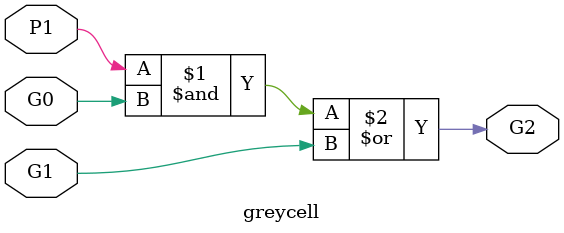
<source format=v>
`timescale 1ns / 1ps


module greycell(output G2,input P1,G1,G0

    );
    
    assign G2=(P1&G0)|G1;
endmodule

</source>
